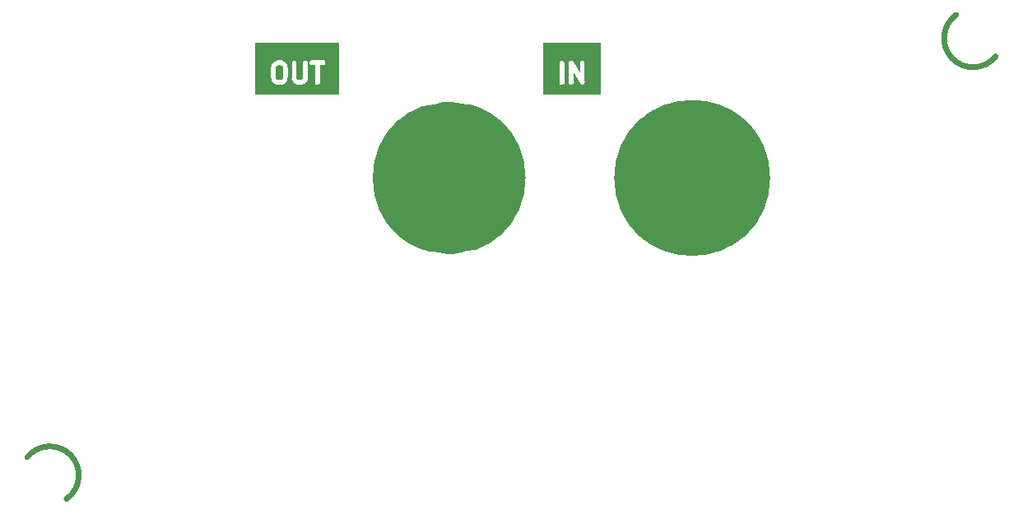
<source format=gbr>
%TF.GenerationSoftware,KiCad,Pcbnew,7.0.2*%
%TF.CreationDate,2023-10-12T23:05:12+02:00*%
%TF.ProjectId,pulse_generator_endplate_v2,70756c73-655f-4676-956e-657261746f72,rev?*%
%TF.SameCoordinates,Original*%
%TF.FileFunction,Soldermask,Top*%
%TF.FilePolarity,Negative*%
%FSLAX46Y46*%
G04 Gerber Fmt 4.6, Leading zero omitted, Abs format (unit mm)*
G04 Created by KiCad (PCBNEW 7.0.2) date 2023-10-12 23:05:12*
%MOMM*%
%LPD*%
G01*
G04 APERTURE LIST*
%ADD10C,0.600000*%
%ADD11C,8.002500*%
%ADD12C,7.852547*%
%ADD13C,0.500000*%
G04 APERTURE END LIST*
D10*
X188417272Y-65703962D02*
G75*
G03*
X192464113Y-69991428I1722528J-2427738D01*
G01*
D11*
X165251250Y-82500000D02*
G75*
G03*
X165251250Y-82500000I-4001250J0D01*
G01*
D12*
X140176273Y-82500000D02*
G75*
G03*
X140176273Y-82500000I-3926273J0D01*
G01*
D10*
X96896886Y-115537530D02*
G75*
G03*
X92850001Y-111250001I-1722486J2427830D01*
G01*
D13*
G36*
X119023339Y-70955940D02*
G01*
X119136163Y-71068764D01*
X119207141Y-71352679D01*
X119207141Y-71957794D01*
X119136163Y-72241710D01*
X119023338Y-72354535D01*
X118921935Y-72405238D01*
X118659016Y-72405238D01*
X118557613Y-72354537D01*
X118444787Y-72241710D01*
X118373808Y-71957794D01*
X118373808Y-71352680D01*
X118444787Y-71068764D01*
X118557612Y-70955939D01*
X118659016Y-70905238D01*
X118921935Y-70905238D01*
X119023339Y-70955940D01*
G37*
G36*
X124917857Y-73935714D02*
G01*
X116282143Y-73935714D01*
X116282143Y-71977990D01*
X117863470Y-71977990D01*
X117873809Y-72019346D01*
X117873809Y-72024515D01*
X117882505Y-72054134D01*
X117975571Y-72426398D01*
X117990363Y-72494393D01*
X118019625Y-72523655D01*
X118040564Y-72559345D01*
X118070468Y-72574498D01*
X118210581Y-72714611D01*
X118232062Y-72750778D01*
X118293692Y-72781593D01*
X118354137Y-72814599D01*
X118359006Y-72814250D01*
X118476160Y-72872827D01*
X118526592Y-72905238D01*
X118577682Y-72905238D01*
X118627968Y-72914287D01*
X118649786Y-72905238D01*
X118967495Y-72905238D01*
X119027098Y-72911673D01*
X119072795Y-72888824D01*
X119121818Y-72874430D01*
X119137285Y-72856579D01*
X119255195Y-72797624D01*
X119296299Y-72788683D01*
X119345015Y-72739965D01*
X119395448Y-72693054D01*
X119396657Y-72688323D01*
X119535947Y-72549032D01*
X119586636Y-72501372D01*
X119596673Y-72461223D01*
X119616503Y-72424907D01*
X119614111Y-72391469D01*
X119631870Y-72320431D01*
X120057850Y-72320431D01*
X120080698Y-72366128D01*
X120095093Y-72415151D01*
X120112943Y-72430618D01*
X120171897Y-72548527D01*
X120180839Y-72589630D01*
X120229552Y-72638343D01*
X120276469Y-72688781D01*
X120281198Y-72689990D01*
X120305818Y-72714610D01*
X120327300Y-72750778D01*
X120388930Y-72781593D01*
X120449375Y-72814599D01*
X120454245Y-72814250D01*
X120571398Y-72872827D01*
X120621830Y-72905238D01*
X120672920Y-72905238D01*
X120723206Y-72914287D01*
X120745024Y-72905238D01*
X121062733Y-72905238D01*
X121122336Y-72911673D01*
X121168033Y-72888824D01*
X121217056Y-72874430D01*
X121232523Y-72856579D01*
X121350433Y-72797624D01*
X121391537Y-72788683D01*
X121440251Y-72739968D01*
X121490686Y-72693054D01*
X121491895Y-72688323D01*
X121516516Y-72663702D01*
X121552682Y-72642222D01*
X121583493Y-72580599D01*
X121616504Y-72520144D01*
X121616155Y-72515274D01*
X121674731Y-72398123D01*
X121707142Y-72347692D01*
X121707142Y-72296601D01*
X121716191Y-72246316D01*
X121707142Y-72224498D01*
X121707142Y-70692319D01*
X121865907Y-70692319D01*
X121926895Y-70825865D01*
X122050402Y-70905238D01*
X122445237Y-70905238D01*
X122445237Y-72691182D01*
X122476045Y-72796104D01*
X122586999Y-72892246D01*
X122732318Y-72913140D01*
X122865864Y-72852152D01*
X122945237Y-72728645D01*
X122945237Y-70905238D01*
X123302610Y-70905238D01*
X123407532Y-70874430D01*
X123503674Y-70763476D01*
X123524568Y-70618157D01*
X123463580Y-70484611D01*
X123340073Y-70405238D01*
X122713115Y-70405238D01*
X122658156Y-70397336D01*
X122640853Y-70405238D01*
X122087865Y-70405238D01*
X121982943Y-70436046D01*
X121886801Y-70547000D01*
X121865907Y-70692319D01*
X121707142Y-70692319D01*
X121707142Y-70619294D01*
X121676334Y-70514372D01*
X121565380Y-70418230D01*
X121420061Y-70397336D01*
X121286515Y-70458324D01*
X121207142Y-70581831D01*
X121207142Y-72215268D01*
X121156440Y-72316671D01*
X121118576Y-72354535D01*
X121017173Y-72405238D01*
X120754254Y-72405238D01*
X120652852Y-72354537D01*
X120614987Y-72316671D01*
X120564285Y-72215267D01*
X120564285Y-70619294D01*
X120533477Y-70514372D01*
X120422523Y-70418230D01*
X120277204Y-70397336D01*
X120143658Y-70458324D01*
X120064285Y-70581831D01*
X120064285Y-72260827D01*
X120057850Y-72320431D01*
X119631870Y-72320431D01*
X119689698Y-72089120D01*
X119707142Y-72061978D01*
X119707142Y-72019346D01*
X119708395Y-72014334D01*
X119707142Y-71983506D01*
X119707142Y-71363046D01*
X119717481Y-71332485D01*
X119707142Y-71291128D01*
X119707142Y-71285960D01*
X119698445Y-71256341D01*
X119605373Y-70884053D01*
X119590587Y-70816082D01*
X119561325Y-70786820D01*
X119540386Y-70751130D01*
X119510481Y-70735976D01*
X119370369Y-70595864D01*
X119348889Y-70559698D01*
X119287265Y-70528886D01*
X119226813Y-70495877D01*
X119221943Y-70496225D01*
X119104796Y-70437652D01*
X119054359Y-70405238D01*
X119003263Y-70405238D01*
X118952983Y-70396190D01*
X118931167Y-70405238D01*
X118613462Y-70405238D01*
X118553853Y-70398802D01*
X118508151Y-70421652D01*
X118459133Y-70436046D01*
X118443666Y-70453895D01*
X118325754Y-70512851D01*
X118284653Y-70521793D01*
X118235944Y-70570501D01*
X118185503Y-70617422D01*
X118184293Y-70622152D01*
X118044998Y-70761447D01*
X117994315Y-70809103D01*
X117984278Y-70849250D01*
X117964448Y-70885567D01*
X117966839Y-70919005D01*
X117891252Y-71221354D01*
X117873809Y-71248497D01*
X117873809Y-71291128D01*
X117872556Y-71296141D01*
X117873809Y-71326968D01*
X117873809Y-71947428D01*
X117863470Y-71977990D01*
X116282143Y-71977990D01*
X116282143Y-68614286D01*
X124917857Y-68614286D01*
X124917857Y-73935714D01*
G37*
G36*
X151884524Y-73935714D02*
G01*
X145915477Y-73935714D01*
X145915477Y-72691182D01*
X147602381Y-72691182D01*
X147633189Y-72796104D01*
X147744143Y-72892246D01*
X147889462Y-72913140D01*
X148023008Y-72852152D01*
X148102381Y-72728645D01*
X148102381Y-70715538D01*
X148551281Y-70715538D01*
X148554762Y-70721629D01*
X148554762Y-72691182D01*
X148585570Y-72796104D01*
X148696524Y-72892246D01*
X148841843Y-72913140D01*
X148975389Y-72852152D01*
X149054762Y-72728645D01*
X149054762Y-71596629D01*
X149716009Y-72753812D01*
X149728427Y-72796104D01*
X149778981Y-72839909D01*
X149827196Y-72886293D01*
X149834078Y-72887651D01*
X149839381Y-72892246D01*
X149905600Y-72901767D01*
X149971231Y-72914720D01*
X149977755Y-72912141D01*
X149984700Y-72913140D01*
X150045563Y-72885344D01*
X150107769Y-72860762D01*
X150111862Y-72855067D01*
X150118246Y-72852152D01*
X150154422Y-72795860D01*
X150193461Y-72741552D01*
X150193825Y-72734547D01*
X150197619Y-72728645D01*
X150197619Y-72661748D01*
X150201100Y-72594938D01*
X150197619Y-72588846D01*
X150197619Y-70619294D01*
X150166811Y-70514372D01*
X150055857Y-70418230D01*
X149910538Y-70397336D01*
X149776992Y-70458324D01*
X149697619Y-70581831D01*
X149697619Y-71713846D01*
X149036371Y-70556663D01*
X149023954Y-70514372D01*
X148973403Y-70470570D01*
X148925185Y-70424182D01*
X148918301Y-70422823D01*
X148913000Y-70418230D01*
X148846788Y-70408710D01*
X148781150Y-70395756D01*
X148774625Y-70398334D01*
X148767681Y-70397336D01*
X148706821Y-70425129D01*
X148644611Y-70449714D01*
X148640516Y-70455409D01*
X148634135Y-70458324D01*
X148597965Y-70514604D01*
X148558920Y-70568923D01*
X148558554Y-70575929D01*
X148554762Y-70581831D01*
X148554762Y-70648727D01*
X148551281Y-70715538D01*
X148102381Y-70715538D01*
X148102381Y-70619294D01*
X148071573Y-70514372D01*
X147960619Y-70418230D01*
X147815300Y-70397336D01*
X147681754Y-70458324D01*
X147602381Y-70581831D01*
X147602381Y-72691182D01*
X145915477Y-72691182D01*
X145915477Y-68614286D01*
X151884524Y-68614286D01*
X151884524Y-73935714D01*
G37*
M02*

</source>
